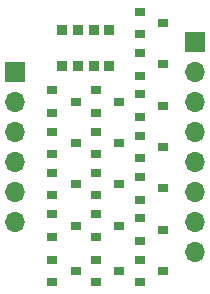
<source format=gts>
%TF.GenerationSoftware,KiCad,Pcbnew,(5.1.9)-1*%
%TF.CreationDate,2022-08-29T18:21:33+02:00*%
%TF.ProjectId,mux,6d75782e-6b69-4636-9164-5f7063625858,rev?*%
%TF.SameCoordinates,Original*%
%TF.FileFunction,Soldermask,Top*%
%TF.FilePolarity,Negative*%
%FSLAX46Y46*%
G04 Gerber Fmt 4.6, Leading zero omitted, Abs format (unit mm)*
G04 Created by KiCad (PCBNEW (5.1.9)-1) date 2022-08-29 18:21:33*
%MOMM*%
%LPD*%
G01*
G04 APERTURE LIST*
%ADD10O,1.700000X1.700000*%
%ADD11R,1.700000X1.700000*%
%ADD12R,0.900000X0.800000*%
%ADD13R,0.900000X0.900000*%
G04 APERTURE END LIST*
D10*
%TO.C,J2*%
X136460000Y-59200000D03*
X136460000Y-56660000D03*
X136460000Y-54120000D03*
X136460000Y-51580000D03*
X136460000Y-49040000D03*
D11*
X136460000Y-46500000D03*
%TD*%
D10*
%TO.C,J1*%
X151700000Y-61740000D03*
X151700000Y-59200000D03*
X151700000Y-56660000D03*
X151700000Y-54120000D03*
X151700000Y-51580000D03*
X151700000Y-49040000D03*
X151700000Y-46500000D03*
D11*
X151700000Y-43960000D03*
%TD*%
D12*
%TO.C,Q11*%
X141600000Y-63350000D03*
X139600000Y-64300000D03*
X139600000Y-62400000D03*
%TD*%
%TO.C,Q10*%
X141600000Y-56000000D03*
X139600000Y-56950000D03*
X139600000Y-55050000D03*
%TD*%
%TO.C,Q9*%
X141600000Y-49000000D03*
X139600000Y-49950000D03*
X139600000Y-48050000D03*
%TD*%
%TO.C,Q17*%
X141600000Y-59500000D03*
X139600000Y-60450000D03*
X139600000Y-58550000D03*
%TD*%
%TO.C,Q16*%
X141600000Y-52500000D03*
X139600000Y-53450000D03*
X139600000Y-51550000D03*
%TD*%
%TO.C,Q15*%
X145300000Y-59500000D03*
X143300000Y-60450000D03*
X143300000Y-58550000D03*
%TD*%
%TO.C,Q14*%
X145300000Y-56000000D03*
X143300000Y-56950000D03*
X143300000Y-55050000D03*
%TD*%
%TO.C,Q13*%
X145300000Y-52500000D03*
X143300000Y-53450000D03*
X143300000Y-51550000D03*
%TD*%
%TO.C,Q12*%
X145300000Y-49000000D03*
X143300000Y-49950000D03*
X143300000Y-48050000D03*
%TD*%
%TO.C,Q8*%
X145300000Y-63350000D03*
X143300000Y-64300000D03*
X143300000Y-62400000D03*
%TD*%
%TO.C,Q7*%
X149000000Y-63350000D03*
X147000000Y-64300000D03*
X147000000Y-62400000D03*
%TD*%
%TO.C,Q6*%
X149000000Y-59850000D03*
X147000000Y-60800000D03*
X147000000Y-58900000D03*
%TD*%
%TO.C,Q5*%
X149000000Y-56350000D03*
X147000000Y-57300000D03*
X147000000Y-55400000D03*
%TD*%
%TO.C,Q4*%
X149000000Y-52850000D03*
X147000000Y-53800000D03*
X147000000Y-51900000D03*
%TD*%
%TO.C,Q3*%
X149000000Y-49350000D03*
X147000000Y-50300000D03*
X147000000Y-48400000D03*
%TD*%
%TO.C,Q2*%
X149000000Y-45850000D03*
X147000000Y-46800000D03*
X147000000Y-44900000D03*
%TD*%
%TO.C,Q1*%
X149000000Y-42350000D03*
X147000000Y-43300000D03*
X147000000Y-41400000D03*
%TD*%
D13*
%TO.C,RN1*%
X143110000Y-42950000D03*
X144450000Y-42950000D03*
X140450000Y-42950000D03*
X141790000Y-42950000D03*
X143110000Y-45950000D03*
X141790000Y-45950000D03*
X144450000Y-45950000D03*
X140450000Y-45950000D03*
%TD*%
M02*

</source>
